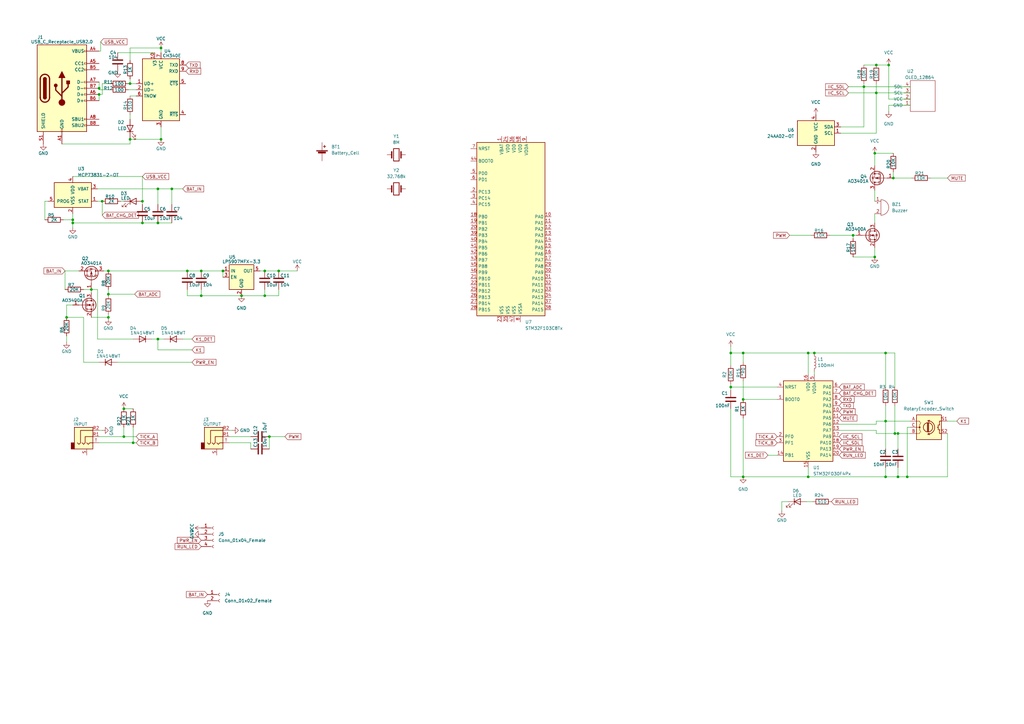
<source format=kicad_sch>
(kicad_sch (version 20211123) (generator eeschema)
  (paper "A3")
  (lib_symbols
    (symbol "AudioJack3_Ground_1"
      (property "Reference" "J2" (at -1.905 8.89 0))
      (property "Value" "AudioJack3_Ground_1" (at -1.905 6.35 0))
      (symbol "AudioJack3_Ground_1_1_1"
        (pin passive line (at 5.08 0 180) (length 2.54) (name "~") (number "R1"))
        (pin passive line (at 5.08 2.54 180) (length 2.54) (name "~") (number "R2"))
        (pin passive line (at 0 -7.62 90) (length 2.54) (name "~") (number "S"))
        (pin passive line (at 5.08 -2.54 180) (length 2.54) (name "~") (number "T"))
      )
    )
    (symbol "Battery_Management:MCP73831-2-OT" (pin_names (offset 1.016))
      (property "Reference" "U" (at -7.62 6.35 0))
      (property "Value" "MCP73831-2-OT" (at 1.27 6.35 0))
      (symbol "MCP73831-2-OT_1_1"
        (pin output line (at 10.16 -2.54 180) (length 2.54) (name "STAT") (number "1"))
        (pin power_in line (at 0 -7.62 90) (length 2.54) (name "VSS") (number "2"))
        (pin power_out line (at 10.16 2.54 180) (length 2.54) (name "VBAT") (number "3"))
        (pin power_in line (at 0 7.62 270) (length 2.54) (name "VDD") (number "4"))
        (pin input line (at -10.16 -2.54 0) (length 2.54) (name "PROG") (number "5"))
      )
    )
    (symbol "Connector:Conn_01x02_Female" (pin_names (offset 1.016) hide)
      (property "Reference" "J" (at 0 2.54 0))
      (property "Value" "Conn_01x02_Female" (at 0 -5.08 0))
      (symbol "Conn_01x02_Female_1_1"
        (pin passive line (at -5.08 0 0) (length 3.81) (name "Pin_1") (number "1"))
        (pin passive line (at -5.08 -2.54 0) (length 3.81) (name "Pin_2") (number "2"))
      )
    )
    (symbol "Connector:Conn_01x04_Female" (pin_names (offset 1.016) hide)
      (property "Reference" "J" (at 0 5.08 0))
      (property "Value" "Conn_01x04_Female" (at 0 -7.62 0))
      (symbol "Conn_01x04_Female_1_1"
        (pin passive line (at -5.08 2.54 0) (length 3.81) (name "Pin_1") (number "1"))
        (pin passive line (at -5.08 0 0) (length 3.81) (name "Pin_2") (number "2"))
        (pin passive line (at -5.08 -2.54 0) (length 3.81) (name "Pin_3") (number "3"))
        (pin passive line (at -5.08 -5.08 0) (length 3.81) (name "Pin_4") (number "4"))
      )
    )
    (symbol "Connector:USB_C_Receptacle_USB2.0" (pin_names (offset 1.016))
      (property "Reference" "J" (at -10.16 19.05 0))
      (property "Value" "USB_C_Receptacle_USB2.0" (at 19.05 19.05 0))
      (symbol "USB_C_Receptacle_USB2.0_1_1"
        (pin passive line (at 0 -22.86 90) (length 5.08) (name "GND") (number "A1"))
        (pin passive line (at 0 -22.86 90) (length 5.08) hide (name "GND") (number "A12"))
        (pin passive line (at 15.24 15.24 180) (length 5.08) (name "VBUS") (number "A4"))
        (pin bidirectional line (at 15.24 10.16 180) (length 5.08) (name "CC1") (number "A5"))
        (pin bidirectional line (at 15.24 -2.54 180) (length 5.08) (name "D+") (number "A6"))
        (pin bidirectional line (at 15.24 2.54 180) (length 5.08) (name "D-") (number "A7"))
        (pin bidirectional line (at 15.24 -12.7 180) (length 5.08) (name "SBU1") (number "A8"))
        (pin passive line (at 15.24 15.24 180) (length 5.08) hide (name "VBUS") (number "A9"))
        (pin passive line (at 0 -22.86 90) (length 5.08) hide (name "GND") (number "B1"))
        (pin passive line (at 0 -22.86 90) (length 5.08) hide (name "GND") (number "B12"))
        (pin passive line (at 15.24 15.24 180) (length 5.08) hide (name "VBUS") (number "B4"))
        (pin bidirectional line (at 15.24 7.62 180) (length 5.08) (name "CC2") (number "B5"))
        (pin bidirectional line (at 15.24 -5.08 180) (length 5.08) (name "D+") (number "B6"))
        (pin bidirectional line (at 15.24 0 180) (length 5.08) (name "D-") (number "B7"))
        (pin bidirectional line (at 15.24 -15.24 180) (length 5.08) (name "SBU2") (number "B8"))
        (pin passive line (at 15.24 15.24 180) (length 5.08) hide (name "VBUS") (number "B9"))
        (pin passive line (at -7.62 -22.86 90) (length 5.08) (name "SHIELD") (number "S1"))
      )
    )
    (symbol "Device:Battery_Cell" (pin_numbers hide) (pin_names (offset 0) hide)
      (property "Reference" "BT" (at 2.54 2.54 0))
      (property "Value" "Battery_Cell" (at 2.54 0 0))
      (symbol "Battery_Cell_1_1"
        (pin passive line (at 0 5.08 270) (length 2.54) (name "+") (number "1"))
        (pin passive line (at 0 -2.54 90) (length 2.54) (name "-") (number "2"))
      )
    )
    (symbol "Device:Buzzer" (pin_names (offset 0.0254) hide)
      (property "Reference" "BZ" (at 3.81 1.27 0))
      (property "Value" "Buzzer" (at 3.81 -1.27 0))
      (symbol "Buzzer_1_1"
        (pin passive line (at -2.54 2.54 0) (length 2.54) (name "-") (number "1"))
        (pin passive line (at -2.54 -2.54 0) (length 2.54) (name "+") (number "2"))
      )
    )
    (symbol "Device:C" (pin_numbers hide) (pin_names (offset 0.254))
      (property "Reference" "C" (at 0.635 2.54 0))
      (property "Value" "C" (at 0.635 -2.54 0))
      (symbol "C_1_1"
        (pin passive line (at 0 3.81 270) (length 2.794) (name "~") (number "1"))
        (pin passive line (at 0 -3.81 90) (length 2.794) (name "~") (number "2"))
      )
    )
    (symbol "Device:Crystal" (pin_numbers hide) (pin_names (offset 1.016) hide)
      (property "Reference" "Y" (at 0 3.81 0))
      (property "Value" "Crystal" (at 0 -3.81 0))
      (symbol "Crystal_1_1"
        (pin passive line (at -3.81 0 0) (length 1.27) (name "1") (number "1"))
        (pin passive line (at 3.81 0 180) (length 1.27) (name "2") (number "2"))
      )
    )
    (symbol "Device:L" (pin_numbers hide) (pin_names (offset 1.016) hide)
      (property "Reference" "L" (at -1.27 0 90))
      (property "Value" "L" (at 1.905 0 90))
      (symbol "L_1_1"
        (pin passive line (at 0 3.81 270) (length 1.27) (name "1") (number "1"))
        (pin passive line (at 0 -3.81 90) (length 1.27) (name "2") (number "2"))
      )
    )
    (symbol "Device:LED" (pin_numbers hide) (pin_names (offset 1.016) hide)
      (property "Reference" "D" (at 0 2.54 0))
      (property "Value" "LED" (at 0 -2.54 0))
      (symbol "LED_1_1"
        (pin passive line (at -3.81 0 0) (length 2.54) (name "K") (number "1"))
        (pin passive line (at 3.81 0 180) (length 2.54) (name "A") (number "2"))
      )
    )
    (symbol "Device:R" (pin_numbers hide) (pin_names (offset 0))
      (property "Reference" "R" (at 2.032 0 90))
      (property "Value" "R" (at 0 0 90))
      (symbol "R_1_1"
        (pin passive line (at 0 3.81 270) (length 1.27) (name "~") (number "1"))
        (pin passive line (at 0 -3.81 90) (length 1.27) (name "~") (number "2"))
      )
    )
    (symbol "Device:RotaryEncoder_Switch" (pin_names (offset 0.254) hide)
      (property "Reference" "SW" (at 0 6.604 0))
      (property "Value" "RotaryEncoder_Switch" (at 0 -6.604 0))
      (symbol "RotaryEncoder_Switch_1_1"
        (pin passive line (at -7.62 2.54 0) (length 2.54) (name "A") (number "A"))
        (pin passive line (at -7.62 -2.54 0) (length 2.54) (name "B") (number "B"))
        (pin passive line (at -7.62 0 0) (length 2.54) (name "C") (number "C"))
        (pin passive line (at 7.62 2.54 180) (length 2.54) (name "S1") (number "S1"))
        (pin passive line (at 7.62 -2.54 180) (length 2.54) (name "S2") (number "S2"))
      )
    )
    (symbol "Diode:1N4148WT" (pin_numbers hide) (pin_names (offset 1.016) hide)
      (property "Reference" "D" (at 0 2.54 0))
      (property "Value" "1N4148WT" (at 0 -2.54 0))
      (symbol "1N4148WT_1_1"
        (pin passive line (at -3.81 0 0) (length 2.54) (name "K") (number "1"))
        (pin passive line (at 3.81 0 180) (length 2.54) (name "A") (number "2"))
      )
    )
    (symbol "Interface_USB:CH340E"
      (property "Reference" "U" (at -5.08 13.97 0))
      (property "Value" "CH340E" (at 1.27 13.97 0))
      (symbol "CH340E_1_1"
        (pin bidirectional line (at -10.16 2.54 0) (length 2.54) (name "UD+") (number "1"))
        (pin passive line (at -2.54 15.24 270) (length 2.54) (name "V3") (number "10"))
        (pin bidirectional line (at -10.16 0 0) (length 2.54) (name "UD-") (number "2"))
        (pin power_in line (at 0 -15.24 90) (length 2.54) (name "GND") (number "3"))
        (pin output line (at 10.16 -10.16 180) (length 2.54) (name "~{RTS}") (number "4"))
        (pin input line (at 10.16 2.54 180) (length 2.54) (name "~{CTS}") (number "5"))
        (pin output line (at -10.16 -2.54 0) (length 2.54) (name "TNOW") (number "6"))
        (pin power_in line (at 0 15.24 270) (length 2.54) (name "VCC") (number "7"))
        (pin output line (at 10.16 10.16 180) (length 2.54) (name "TXD") (number "8"))
        (pin input line (at 10.16 7.62 180) (length 2.54) (name "RXD") (number "9"))
      )
    )
    (symbol "MCU_ST_STM32F0:STM32F030F4Px"
      (property "Reference" "U" (at -10.16 16.51 0))
      (property "Value" "STM32F030F4Px" (at 5.08 16.51 0))
      (symbol "STM32F030F4Px_1_1"
        (pin input line (at -12.7 7.62 0) (length 2.54) (name "BOOT0") (number "1"))
        (pin bidirectional line (at 12.7 2.54 180) (length 2.54) (name "PA4") (number "10"))
        (pin bidirectional line (at 12.7 0 180) (length 2.54) (name "PA5") (number "11"))
        (pin bidirectional line (at 12.7 -2.54 180) (length 2.54) (name "PA6") (number "12"))
        (pin bidirectional line (at 12.7 -5.08 180) (length 2.54) (name "PA7") (number "13"))
        (pin bidirectional line (at -12.7 -15.24 0) (length 2.54) (name "PB1") (number "14"))
        (pin power_in line (at 0 -20.32 90) (length 2.54) (name "VSS") (number "15"))
        (pin power_in line (at 0 17.78 270) (length 2.54) (name "VDD") (number "16"))
        (pin bidirectional line (at 12.7 -7.62 180) (length 2.54) (name "PA9") (number "17"))
        (pin bidirectional line (at 12.7 -10.16 180) (length 2.54) (name "PA10") (number "18"))
        (pin bidirectional line (at 12.7 -12.7 180) (length 2.54) (name "PA13") (number "19"))
        (pin input line (at -12.7 -7.62 0) (length 2.54) (name "PF0") (number "2"))
        (pin bidirectional line (at 12.7 -15.24 180) (length 2.54) (name "PA14") (number "20"))
        (pin input line (at -12.7 -10.16 0) (length 2.54) (name "PF1") (number "3"))
        (pin input line (at -12.7 12.7 0) (length 2.54) (name "NRST") (number "4"))
        (pin power_in line (at 2.54 17.78 270) (length 2.54) (name "VDDA") (number "5"))
        (pin bidirectional line (at 12.7 12.7 180) (length 2.54) (name "PA0") (number "6"))
        (pin bidirectional line (at 12.7 10.16 180) (length 2.54) (name "PA1") (number "7"))
        (pin bidirectional line (at 12.7 7.62 180) (length 2.54) (name "PA2") (number "8"))
        (pin bidirectional line (at 12.7 5.08 180) (length 2.54) (name "PA3") (number "9"))
      )
    )
    (symbol "MCU_ST_STM32F1:STM32F103C8Tx"
      (property "Reference" "U" (at -15.24 36.83 0))
      (property "Value" "STM32F103C8Tx" (at 7.62 36.83 0))
      (symbol "STM32F103C8Tx_1_1"
        (pin power_in line (at -5.08 38.1 270) (length 2.54) (name "VBAT") (number "1"))
        (pin bidirectional line (at 15.24 5.08 180) (length 2.54) (name "PA0") (number "10"))
        (pin bidirectional line (at 15.24 2.54 180) (length 2.54) (name "PA1") (number "11"))
        (pin bidirectional line (at 15.24 0 180) (length 2.54) (name "PA2") (number "12"))
        (pin bidirectional line (at 15.24 -2.54 180) (length 2.54) (name "PA3") (number "13"))
        (pin bidirectional line (at 15.24 -5.08 180) (length 2.54) (name "PA4") (number "14"))
        (pin bidirectional line (at 15.24 -7.62 180) (length 2.54) (name "PA5") (number "15"))
        (pin bidirectional line (at 15.24 -10.16 180) (length 2.54) (name "PA6") (number "16"))
        (pin bidirectional line (at 15.24 -12.7 180) (length 2.54) (name "PA7") (number "17"))
        (pin bidirectional line (at -17.78 5.08 0) (length 2.54) (name "PB0") (number "18"))
        (pin bidirectional line (at -17.78 2.54 0) (length 2.54) (name "PB1") (number "19"))
        (pin bidirectional line (at -17.78 15.24 0) (length 2.54) (name "PC13") (number "2"))
        (pin bidirectional line (at -17.78 0 0) (length 2.54) (name "PB2") (number "20"))
        (pin bidirectional line (at -17.78 -20.32 0) (length 2.54) (name "PB10") (number "21"))
        (pin bidirectional line (at -17.78 -22.86 0) (length 2.54) (name "PB11") (number "22"))
        (pin power_in line (at -5.08 -38.1 90) (length 2.54) (name "VSS") (number "23"))
        (pin power_in line (at -2.54 38.1 270) (length 2.54) (name "VDD") (number "24"))
        (pin bidirectional line (at -17.78 -25.4 0) (length 2.54) (name "PB12") (number "25"))
        (pin bidirectional line (at -17.78 -27.94 0) (length 2.54) (name "PB13") (number "26"))
        (pin bidirectional line (at -17.78 -30.48 0) (length 2.54) (name "PB14") (number "27"))
        (pin bidirectional line (at -17.78 -33.02 0) (length 2.54) (name "PB15") (number "28"))
        (pin bidirectional line (at 15.24 -15.24 180) (length 2.54) (name "PA8") (number "29"))
        (pin bidirectional line (at -17.78 12.7 0) (length 2.54) (name "PC14") (number "3"))
        (pin bidirectional line (at 15.24 -17.78 180) (length 2.54) (name "PA9") (number "30"))
        (pin bidirectional line (at 15.24 -20.32 180) (length 2.54) (name "PA10") (number "31"))
        (pin bidirectional line (at 15.24 -22.86 180) (length 2.54) (name "PA11") (number "32"))
        (pin bidirectional line (at 15.24 -25.4 180) (length 2.54) (name "PA12") (number "33"))
        (pin bidirectional line (at 15.24 -27.94 180) (length 2.54) (name "PA13") (number "34"))
        (pin power_in line (at -2.54 -38.1 90) (length 2.54) (name "VSS") (number "35"))
        (pin power_in line (at 0 38.1 270) (length 2.54) (name "VDD") (number "36"))
        (pin bidirectional line (at 15.24 -30.48 180) (length 2.54) (name "PA14") (number "37"))
        (pin bidirectional line (at 15.24 -33.02 180) (length 2.54) (name "PA15") (number "38"))
        (pin bidirectional line (at -17.78 -2.54 0) (length 2.54) (name "PB3") (number "39"))
        (pin bidirectional line (at -17.78 10.16 0) (length 2.54) (name "PC15") (number "4"))
        (pin bidirectional line (at -17.78 -5.08 0) (length 2.54) (name "PB4") (number "40"))
        (pin bidirectional line (at -17.78 -7.62 0) (length 2.54) (name "PB5") (number "41"))
        (pin bidirectional line (at -17.78 -10.16 0) (length 2.54) (name "PB6") (number "42"))
        (pin bidirectional line (at -17.78 -12.7 0) (length 2.54) (name "PB7") (number "43"))
        (pin input line (at -17.78 27.94 0) (length 2.54) (name "BOOT0") (number "44"))
        (pin bidirectional line (at -17.78 -15.24 0) (length 2.54) (name "PB8") (number "45"))
        (pin bidirectional line (at -17.78 -17.78 0) (length 2.54) (name "PB9") (number "46"))
        (pin power_in line (at 0 -38.1 90) (length 2.54) (name "VSS") (number "47"))
        (pin power_in line (at 2.54 38.1 270) (length 2.54) (name "VDD") (number "48"))
        (pin input line (at -17.78 22.86 0) (length 2.54) (name "PD0") (number "5"))
        (pin input line (at -17.78 20.32 0) (length 2.54) (name "PD1") (number "6"))
        (pin input line (at -17.78 33.02 0) (length 2.54) (name "NRST") (number "7"))
        (pin power_in line (at 2.54 -38.1 90) (length 2.54) (name "VSSA") (number "8"))
        (pin power_in line (at 5.08 38.1 270) (length 2.54) (name "VDDA") (number "9"))
      )
    )
    (symbol "MY:OLED_12864"
      (property "Reference" "U" (at 1.27 -8.89 0))
      (property "Value" "OLED_12864" (at 6.35 -6.35 0))
      (symbol "OLED_12864_1_1"
        (pin power_in line (at 2.54 0 90) (length 2.54) (name "GND") (number "1"))
        (pin power_in line (at 5.08 0 90) (length 2.54) (name "VCC") (number "2"))
        (pin input line (at 7.62 0 90) (length 2.54) (name "SCL") (number "3"))
        (pin input line (at 10.16 0 90) (length 2.54) (name "SDL") (number "4"))
      )
    )
    (symbol "Memory_EEPROM:24AA02-OT"
      (property "Reference" "U" (at -7.62 6.35 0))
      (property "Value" "24AA02-OT" (at 2.54 -6.35 0))
      (symbol "24AA02-OT_1_1"
        (pin input line (at 10.16 0 180) (length 2.54) (name "SCL") (number "1"))
        (pin power_in line (at 0 -7.62 90) (length 2.54) (name "GND") (number "2"))
        (pin bidirectional line (at 10.16 2.54 180) (length 2.54) (name "SDA") (number "3"))
        (pin power_in line (at 0 7.62 270) (length 2.54) (name "VCC") (number "4"))
        (pin no_connect line (at 7.62 -2.54 180) (length 2.54) hide (name "NC") (number "5"))
      )
    )
    (symbol "Regulator_Linear:LP5907MFX-3.3"
      (property "Reference" "U" (at -3.81 6.35 0))
      (property "Value" "LP5907MFX-3.3" (at 6.35 6.35 0))
      (symbol "LP5907MFX-3.3_0_1"
        (pin power_in line (at -7.62 2.54 0) (length 2.54) (name "IN") (number "1"))
        (pin power_in line (at 0 -7.62 90) (length 2.54) (name "GND") (number "2"))
        (pin input line (at -7.62 0 0) (length 2.54) (name "EN") (number "3"))
        (pin no_connect line (at 5.08 0 180) (length 2.54) hide (name "NC") (number "4"))
        (pin power_out line (at 7.62 2.54 180) (length 2.54) (name "OUT") (number "5"))
      )
    )
    (symbol "Transistor_FET:AO3400A" (pin_names hide)
      (property "Reference" "Q" (at 5.08 1.905 0))
      (property "Value" "AO3400A" (at 5.08 0 0))
      (symbol "AO3400A_1_1"
        (pin input line (at -5.08 0 0) (length 2.54) (name "G") (number "1"))
        (pin passive line (at 2.54 -5.08 90) (length 2.54) (name "S") (number "2"))
        (pin passive line (at 2.54 5.08 270) (length 2.54) (name "D") (number "3"))
      )
    )
    (symbol "Transistor_FET:AO3401A" (pin_names hide)
      (property "Reference" "Q" (at 5.08 1.905 0))
      (property "Value" "AO3401A" (at 5.08 0 0))
      (symbol "AO3401A_1_1"
        (pin input line (at -5.08 0 0) (length 2.54) (name "G") (number "1"))
        (pin passive line (at 2.54 -5.08 90) (length 2.54) (name "S") (number "2"))
        (pin passive line (at 2.54 5.08 270) (length 2.54) (name "D") (number "3"))
      )
    )
    (symbol "power:GND" (power) (pin_names (offset 0))
      (property "Value" "GND" (at 0 -3.81 0))
      (symbol "GND_1_1"
        (pin power_in line (at 0 0 270) (length 0) hide (name "GND") (number "1"))
      )
    )
    (symbol "power:VCC" (power) (pin_names (offset 0))
      (property "Value" "VCC" (at 0 3.81 0))
      (symbol "VCC_1_1"
        (pin power_in line (at 0 0 90) (length 0) hide (name "VCC") (number "1"))
      )
    )
  )
  (junction (at 27.305 130.175))
  (junction (at 53.34 57.15))
  (junction (at 368.3 177.8))
  (junction (at 331.47 144.78))
  (junction (at 64.77 77.47))
  (junction (at 354.33 35.56))
  (junction (at 363.22 144.78))
  (junction (at 363.22 195.58))
  (junction (at 44.45 120.65))
  (junction (at 363.22 172.72))
  (junction (at 44.45 130.175))
  (junction (at 41.91 82.55))
  (junction (at 372.11 195.58))
  (junction (at 331.47 195.58))
  (junction (at 64.77 91.44))
  (junction (at 364.49 26.67))
  (junction (at 304.8 163.83))
  (junction (at 50.8 179.07))
  (junction (at 110.49 179.07))
  (junction (at 54.61 181.61))
  (junction (at 40.64 38.735))
  (junction (at 64.77 139.065))
  (junction (at 50.8 167.64))
  (junction (at 366.395 73.025))
  (junction (at 44.45 111.125))
  (junction (at 108.585 111.125))
  (junction (at 108.585 121.285))
  (junction (at 299.72 158.75))
  (junction (at 82.55 111.125))
  (junction (at 66.04 19.685))
  (junction (at 349.885 96.52))
  (junction (at 358.775 105.41))
  (junction (at 367.03 177.8))
  (junction (at 82.55 121.285))
  (junction (at 359.41 38.1))
  (junction (at 29.845 90.17))
  (junction (at 91.44 111.125))
  (junction (at 358.775 62.865))
  (junction (at 58.42 91.44))
  (junction (at 29.845 91.44))
  (junction (at 114.3 111.125))
  (junction (at 40.64 36.195))
  (junction (at 304.8 144.78))
  (junction (at 334.01 144.78))
  (junction (at 58.42 82.55))
  (junction (at 70.485 77.47))
  (junction (at 368.3 195.58))
  (junction (at 99.06 121.285))
  (junction (at 76.835 111.125))
  (junction (at 359.41 26.67))
  (junction (at 66.04 57.15))
  (junction (at 304.8 195.58))
  (junction (at 37.465 118.745))
  (junction (at 53.34 34.29))
  (junction (at 299.72 144.78))
  (wire (pts (xy 32.385 111.125) (xy 26.67 111.125)))
  (wire (pts (xy 44.45 128.905) (xy 44.45 130.175)))
  (wire (pts (xy 388.62 195.58) (xy 372.11 195.58)))
  (wire (pts (xy 34.29 118.745) (xy 37.465 118.745)))
  (wire (pts (xy 41.91 34.29) (xy 45.085 34.29)))
  (wire (pts (xy 40.005 77.47) (xy 64.77 77.47)))
  (wire (pts (xy 91.44 111.125) (xy 91.44 113.665)))
  (wire (pts (xy 299.72 157.48) (xy 299.72 158.75)))
  (wire (pts (xy 58.42 91.44) (xy 64.77 91.44)))
  (wire (pts (xy 34.29 130.175) (xy 34.29 148.59)))
  (wire (pts (xy 366.395 73.025) (xy 374.015 73.025)))
  (wire (pts (xy 44.45 130.175) (xy 44.45 130.81)))
  (wire (pts (xy 27.305 137.795) (xy 27.305 140.335)))
  (wire (pts (xy 304.8 144.78) (xy 331.47 144.78)))
  (wire (pts (xy 76.835 121.285) (xy 82.55 121.285)))
  (wire (pts (xy 373.38 175.26) (xy 372.11 175.26)))
  (wire (pts (xy 323.215 205.74) (xy 320.675 205.74)))
  (wire (pts (xy 114.3 118.745) (xy 114.3 121.285)))
  (wire (pts (xy 44.45 111.125) (xy 76.835 111.125)))
  (wire (pts (xy 40.005 82.55) (xy 41.91 82.55)))
  (wire (pts (xy 41.91 34.29) (xy 41.91 38.735)))
  (wire (pts (xy 37.465 130.175) (xy 44.45 130.175)))
  (wire (pts (xy 364.49 40.64) (xy 373.38 40.64)))
  (wire (pts (xy 368.3 177.8) (xy 368.3 184.15)))
  (wire (pts (xy 40.64 176.53) (xy 41.91 176.53)))
  (wire (pts (xy 54.61 181.61) (xy 55.88 181.61)))
  (wire (pts (xy 363.22 191.77) (xy 363.22 195.58)))
  (wire (pts (xy 108.585 121.285) (xy 114.3 121.285)))
  (wire (pts (xy 331.47 195.58) (xy 363.22 195.58)))
  (wire (pts (xy 62.23 139.065) (xy 64.77 139.065)))
  (wire (pts (xy 304.8 156.21) (xy 304.8 163.83)))
  (wire (pts (xy 320.675 205.74) (xy 320.675 209.55)))
  (wire (pts (xy 323.85 96.52) (xy 332.74 96.52)))
  (wire (pts (xy 50.8 167.64) (xy 54.61 167.64)))
  (wire (pts (xy 364.49 26.67) (xy 364.49 40.64)))
  (wire (pts (xy 367.03 177.8) (xy 368.3 177.8)))
  (wire (pts (xy 82.55 121.285) (xy 99.06 121.285)))
  (wire (pts (xy 368.3 177.8) (xy 373.38 177.8)))
  (wire (pts (xy 299.72 144.78) (xy 299.72 149.86)))
  (wire (pts (xy 52.705 36.83) (xy 55.88 36.83)))
  (wire (pts (xy 52.705 34.29) (xy 53.34 34.29)))
  (wire (pts (xy 41.91 38.735) (xy 40.64 38.735)))
  (wire (pts (xy 29.845 90.17) (xy 29.845 91.44)))
  (wire (pts (xy 99.06 121.285) (xy 108.585 121.285)))
  (wire (pts (xy 359.41 172.72) (xy 363.22 172.72)))
  (wire (pts (xy 366.395 70.485) (xy 366.395 73.025)))
  (wire (pts (xy 27.305 125.095) (xy 27.305 130.175)))
  (wire (pts (xy 76.835 121.285) (xy 76.835 118.745)))
  (wire (pts (xy 372.11 175.26) (xy 372.11 195.58)))
  (wire (pts (xy 314.96 186.69) (xy 318.77 186.69)))
  (wire (pts (xy 354.33 52.07) (xy 354.33 35.56)))
  (wire (pts (xy 363.22 172.72) (xy 373.38 172.72)))
  (wire (pts (xy 40.64 36.83) (xy 45.085 36.83)))
  (wire (pts (xy 44.45 118.745) (xy 44.45 120.65)))
  (wire (pts (xy 354.33 34.29) (xy 354.33 35.56)))
  (wire (pts (xy 29.845 91.44) (xy 58.42 91.44)))
  (wire (pts (xy 110.49 179.07) (xy 116.84 179.07)))
  (wire (pts (xy 114.3 111.125) (xy 121.92 111.125)))
  (wire (pts (xy 82.55 111.125) (xy 91.44 111.125)))
  (wire (pts (xy 299.72 158.75) (xy 299.72 160.02)))
  (wire (pts (xy 19.685 82.55) (xy 18.415 82.55)))
  (wire (pts (xy 44.45 120.65) (xy 44.45 121.285)))
  (wire (pts (xy 388.62 172.72) (xy 392.43 172.72)))
  (wire (pts (xy 359.41 38.1) (xy 373.38 38.1)))
  (wire (pts (xy 26.035 90.17) (xy 29.845 90.17)))
  (wire (pts (xy 299.72 195.58) (xy 304.8 195.58)))
  (wire (pts (xy 340.36 96.52) (xy 349.885 96.52)))
  (wire (pts (xy 53.34 46.99) (xy 53.34 48.895)))
  (wire (pts (xy 50.8 179.07) (xy 55.88 179.07)))
  (wire (pts (xy 26.67 111.125) (xy 26.67 118.745)))
  (wire (pts (xy 359.41 177.8) (xy 367.03 177.8)))
  (wire (pts (xy 344.805 52.07) (xy 354.33 52.07)))
  (wire (pts (xy 381.635 73.025) (xy 388.62 73.025)))
  (wire (pts (xy 53.34 19.685) (xy 66.04 19.685)))
  (wire (pts (xy 29.845 87.63) (xy 29.845 90.17)))
  (wire (pts (xy 359.41 26.67) (xy 364.49 26.67)))
  (wire (pts (xy 64.77 139.065) (xy 67.31 139.065)))
  (wire (pts (xy 37.465 118.745) (xy 37.465 120.015)))
  (wire (pts (xy 48.26 148.59) (xy 78.74 148.59)))
  (wire (pts (xy 299.72 167.64) (xy 299.72 195.58)))
  (wire (pts (xy 93.98 176.53) (xy 95.25 176.53)))
  (wire (pts (xy 359.41 172.72) (xy 359.41 173.99)))
  (wire (pts (xy 66.04 52.07) (xy 66.04 57.15)))
  (wire (pts (xy 358.775 101.6) (xy 358.775 105.41)))
  (wire (pts (xy 53.34 32.385) (xy 53.34 34.29)))
  (wire (pts (xy 64.77 139.065) (xy 64.77 143.51)))
  (wire (pts (xy 53.34 39.37) (xy 55.88 39.37)))
  (wire (pts (xy 40.64 33.655) (xy 40.64 36.195)))
  (wire (pts (xy 331.47 195.58) (xy 304.8 195.58)))
  (wire (pts (xy 331.47 144.78) (xy 334.01 144.78)))
  (wire (pts (xy 53.34 34.29) (xy 55.88 34.29)))
  (wire (pts (xy 358.775 62.865) (xy 358.775 67.945)))
  (wire (pts (xy 29.845 91.44) (xy 29.845 93.345)))
  (wire (pts (xy 41.275 17.145) (xy 41.275 20.955)))
  (wire (pts (xy 304.8 171.45) (xy 304.8 195.58)))
  (wire (pts (xy 344.805 54.61) (xy 359.41 54.61)))
  (wire (pts (xy 58.42 72.39) (xy 58.42 82.55)))
  (wire (pts (xy 29.845 72.39) (xy 58.42 72.39)))
  (wire (pts (xy 299.72 144.78) (xy 304.8 144.78)))
  (wire (pts (xy 354.33 35.56) (xy 373.38 35.56)))
  (wire (pts (xy 359.41 176.53) (xy 359.41 177.8)))
  (wire (pts (xy 344.17 176.53) (xy 359.41 176.53)))
  (wire (pts (xy 363.22 144.78) (xy 367.03 144.78)))
  (wire (pts (xy 40.64 179.07) (xy 50.8 179.07)))
  (wire (pts (xy 331.47 144.78) (xy 331.47 153.67)))
  (wire (pts (xy 349.885 96.52) (xy 351.155 96.52)))
  (wire (pts (xy 368.3 195.58) (xy 363.22 195.58)))
  (wire (pts (xy 64.77 143.51) (xy 78.74 143.51)))
  (wire (pts (xy 70.485 77.47) (xy 74.93 77.47)))
  (wire (pts (xy 41.91 82.55) (xy 41.91 88.265)))
  (wire (pts (xy 106.68 111.125) (xy 108.585 111.125)))
  (wire (pts (xy 64.77 77.47) (xy 64.77 83.82)))
  (wire (pts (xy 102.87 181.61) (xy 102.87 184.15)))
  (wire (pts (xy 64.77 91.44) (xy 70.485 91.44)))
  (wire (pts (xy 347.98 38.1) (xy 359.41 38.1)))
  (wire (pts (xy 358.775 87.63) (xy 358.775 91.44)))
  (wire (pts (xy 358.775 62.865) (xy 366.395 62.865)))
  (wire (pts (xy 349.885 97.79) (xy 349.885 96.52)))
  (wire (pts (xy 40.005 139.065) (xy 54.61 139.065)))
  (wire (pts (xy 331.47 191.77) (xy 331.47 195.58)))
  (wire (pts (xy 29.845 125.095) (xy 27.305 125.095)))
  (wire (pts (xy 54.61 175.26) (xy 54.61 181.61)))
  (wire (pts (xy 372.11 195.58) (xy 368.3 195.58)))
  (wire (pts (xy 363.22 158.75) (xy 363.22 144.78)))
  (wire (pts (xy 44.45 120.65) (xy 55.245 120.65)))
  (wire (pts (xy 70.485 77.47) (xy 70.485 83.82)))
  (wire (pts (xy 108.585 111.125) (xy 114.3 111.125)))
  (wire (pts (xy 18.415 82.55) (xy 18.415 90.17)))
  (wire (pts (xy 48.26 21.59) (xy 63.5 21.59)))
  (wire (pts (xy 364.49 43.18) (xy 373.38 43.18)))
  (wire (pts (xy 34.29 148.59) (xy 40.64 148.59)))
  (wire (pts (xy 334.01 144.78) (xy 363.22 144.78)))
  (wire (pts (xy 299.72 158.75) (xy 318.77 158.75)))
  (wire (pts (xy 82.55 118.745) (xy 82.55 121.285)))
  (wire (pts (xy 93.98 181.61) (xy 102.87 181.61)))
  (wire (pts (xy 53.34 57.15) (xy 66.04 57.15)))
  (wire (pts (xy 49.53 82.55) (xy 50.8 82.55)))
  (wire (pts (xy 108.585 118.745) (xy 108.585 121.285)))
  (wire (pts (xy 359.41 173.99) (xy 344.17 173.99)))
  (wire (pts (xy 76.835 111.125) (xy 82.55 111.125)))
  (wire (pts (xy 330.835 205.74) (xy 333.375 205.74)))
  (wire (pts (xy 40.64 38.735) (xy 40.64 41.275)))
  (wire (pts (xy 27.305 130.175) (xy 34.29 130.175)))
  (wire (pts (xy 50.8 175.26) (xy 50.8 179.07)))
  (wire (pts (xy 41.275 20.955) (xy 40.64 20.955)))
  (wire (pts (xy 349.885 105.41) (xy 358.775 105.41)))
  (wire (pts (xy 358.775 78.105) (xy 358.775 82.55)))
  (wire (pts (xy 367.03 166.37) (xy 367.03 177.8)))
  (wire (pts (xy 363.22 166.37) (xy 363.22 172.72)))
  (wire (pts (xy 354.33 26.67) (xy 359.41 26.67)))
  (wire (pts (xy 368.3 191.77) (xy 368.3 195.58)))
  (wire (pts (xy 334.01 152.4) (xy 334.01 153.67)))
  (wire (pts (xy 304.8 144.78) (xy 304.8 148.59)))
  (wire (pts (xy 58.42 82.55) (xy 58.42 83.82)))
  (wire (pts (xy 66.04 19.685) (xy 66.04 21.59)))
  (wire (pts (xy 42.545 111.125) (xy 44.45 111.125)))
  (wire (pts (xy 40.64 36.83) (xy 40.64 36.195)))
  (wire (pts (xy 64.77 77.47) (xy 70.485 77.47)))
  (wire (pts (xy 110.49 179.07) (xy 110.49 184.15)))
  (wire (pts (xy 364.49 45.72) (xy 364.49 43.18)))
  (wire (pts (xy 40.005 118.745) (xy 40.005 139.065)))
  (wire (pts (xy 359.41 34.29) (xy 359.41 38.1)))
  (wire (pts (xy 347.98 35.56) (xy 354.33 35.56)))
  (wire (pts (xy 25.4 59.055) (xy 53.34 59.055)))
  (wire (pts (xy 40.64 181.61) (xy 54.61 181.61)))
  (wire (pts (xy 53.34 56.515) (xy 53.34 57.15)))
  (wire (pts (xy 388.62 177.8) (xy 388.62 195.58)))
  (wire (pts (xy 363.22 172.72) (xy 363.22 184.15)))
  (wire (pts (xy 37.465 118.745) (xy 40.005 118.745)))
  (wire (pts (xy 74.93 139.065) (xy 78.74 139.065)))
  (wire (pts (xy 299.72 142.24) (xy 299.72 144.78)))
  (wire (pts (xy 367.03 144.78) (xy 367.03 158.75)))
  (wire (pts (xy 53.34 24.765) (xy 53.34 19.685)))
  (wire (pts (xy 359.41 54.61) (xy 359.41 38.1)))
  (wire (pts (xy 93.98 179.07) (xy 102.87 179.07)))
  (wire (pts (xy 304.8 163.83) (xy 318.77 163.83)))
  (wire (pts (xy 53.34 59.055) (xy 53.34 57.15)))
  (global_label "PWR_EN" (shape input) (at 78.74 148.59 0) (property "Intersheet References" "${INTERSHEET_REFS}" (effects hide)))
  (global_label "IIC_SDL" (shape input) (at 347.98 35.56 180) (property "Intersheet References" "${INTERSHEET_REFS}" (effects hide)))
  (global_label "IIC_SCL" (shape input) (at 347.98 38.1 180) (property "Intersheet References" "${INTERSHEET_REFS}" (effects hide)))
  (global_label "BAT_CHG_DET" (shape input) (at 344.17 161.29 0) (property "Intersheet References" "${INTERSHEET_REFS}" (effects hide)))
  (global_label "TICK_B" (shape input) (at 318.77 181.61 180) (property "插入图纸页参考" "${INTERSHEET_REFS}" (effects hide)))
  (global_label "PWM" (shape input) (at 116.84 179.07 0) (property "Intersheet References" "${INTERSHEET_REFS}" (effects hide)))
  (global_label "TICK_A" (shape input) (at 55.88 179.07 0) (property "插入图纸页参考" "${INTERSHEET_REFS}" (effects hide)))
  (global_label "K1_DET" (shape input) (at 78.74 139.065 0) (property "Intersheet References" "${INTERSHEET_REFS}" (effects hide)))
  (global_label "BAT_IN" (shape input) (at 74.93 77.47 0) (property "Intersheet References" "${INTERSHEET_REFS}" (effects hide)))
  (global_label "MUTE" (shape input) (at 388.62 73.025 0) (property "Intersheet References" "${INTERSHEET_REFS}" (effects hide)))
  (global_label "RUN_LED" (shape input) (at 340.995 205.74 0) (property "插入图纸页参考" "${INTERSHEET_REFS}" (effects hide)))
  (global_label "MUTE" (shape input) (at 344.17 171.45 0) (property "Intersheet References" "${INTERSHEET_REFS}" (effects hide)))
  (global_label "TXD" (shape input) (at 76.2 26.67 0) (property "Intersheet References" "${INTERSHEET_REFS}" (effects hide)))
  (global_label "BAT_IN" (shape input) (at 85.09 243.84 180) (property "Intersheet References" "${INTERSHEET_REFS}" (effects hide)))
  (global_label "RUN_LED" (shape input) (at 82.55 224.155 180) (property "插入图纸页参考" "${INTERSHEET_REFS}" (effects hide)))
  (global_label "BAT_CHG_DET" (shape input) (at 41.91 88.265 0) (property "Intersheet References" "${INTERSHEET_REFS}" (effects hide)))
  (global_label "PWM" (shape input) (at 344.17 168.91 0) (property "Intersheet References" "${INTERSHEET_REFS}" (effects hide)))
  (global_label "K1_DET" (shape input) (at 314.96 186.69 180) (property "Intersheet References" "${INTERSHEET_REFS}" (effects hide)))
  (global_label "RUN_LED" (shape input) (at 344.17 186.69 0) (property "插入图纸页参考" "${INTERSHEET_REFS}" (effects hide)))
  (global_label "TXD" (shape input) (at 344.17 166.37 0) (property "Intersheet References" "${INTERSHEET_REFS}" (effects hide)))
  (global_label "PWR_EN" (shape input) (at 344.17 184.15 0) (property "Intersheet References" "${INTERSHEET_REFS}" (effects hide)))
  (global_label "USB_VCC" (shape input) (at 41.275 17.145 0) (property "Intersheet References" "${INTERSHEET_REFS}" (effects hide)))
  (global_label "BAT_IN" (shape input) (at 26.67 111.125 180) (property "Intersheet References" "${INTERSHEET_REFS}" (effects hide)))
  (global_label "RXD" (shape input) (at 344.17 163.83 0) (property "Intersheet References" "${INTERSHEET_REFS}" (effects hide)))
  (global_label "PWM" (shape input) (at 323.85 96.52 180) (property "Intersheet References" "${INTERSHEET_REFS}" (effects hide)))
  (global_label "RXD" (shape input) (at 76.2 29.21 0) (property "Intersheet References" "${INTERSHEET_REFS}" (effects hide)))
  (global_label "IIC_SCL" (shape input) (at 344.17 179.07 0) (property "Intersheet References" "${INTERSHEET_REFS}" (effects hide)))
  (global_label "TICK_B" (shape input) (at 55.88 181.61 0) (property "插入图纸页参考" "${INTERSHEET_REFS}" (effects hide)))
  (global_label "PWR_EN" (shape input) (at 82.55 221.615 180) (property "Intersheet References" "${INTERSHEET_REFS}" (effects hide)))
  (global_label "USB_VCC" (shape input) (at 58.42 72.39 0) (property "Intersheet References" "${INTERSHEET_REFS}" (effects hide)))
  (global_label "BAT_ADC" (shape input) (at 344.17 158.75 0) (property "Intersheet References" "${INTERSHEET_REFS}" (effects hide)))
  (global_label "K1" (shape input) (at 78.74 143.51 0) (property "Intersheet References" "${INTERSHEET_REFS}" (effects hide)))
  (global_label "IIC_SDL" (shape input) (at 344.17 181.61 0) (property "Intersheet References" "${INTERSHEET_REFS}" (effects hide)))
  (global_label "BAT_ADC" (shape input) (at 55.245 120.65 0) (property "Intersheet References" "${INTERSHEET_REFS}" (effects hide)))
  (global_label "K1" (shape input) (at 392.43 172.72 0) (property "Intersheet References" "${INTERSHEET_REFS}" (effects hide)))
  (global_label "TICK_A" (shape input) (at 318.77 179.07 180) (property "插入图纸页参考" "${INTERSHEET_REFS}" (effects hide)))
  (symbol (lib_id "power:GND") (at 48.26 29.21 0) (unit 1)
    (property "Reference" "#PWR0118" (effects hide))
    (property "Value" "GND" (at 46.355 29.845 0))
  )
  (symbol (lib_id "MCU_ST_STM32F1:STM32F103C8Tx") (at 210.82 93.98 0) (unit 1)
    (property "Reference" "U7" (at 215.3794 132.08 0) (effects (justify left)))
    (property "Value" "STM32F103C8Tx" (at 215.3794 134.62 0) (effects (justify left)))
    (property "Footprint" "Package_QFP:LQFP-48_7x7mm_P0.5mm" (effects hide))
    (property "Datasheet" "http://www.st.com/st-web-ui/static/active/en/resource/technical/document/datasheet/CD00161566.pdf" (effects hide))
  )
  (symbol (lib_name "AudioJack3_Ground_1") (lib_id "Connector:AudioJack3_Ground") (at 88.9 179.07 0) (unit 1)
    (property "Reference" "J3" (at 84.455 172.085 0))
    (property "Value" "OUTPUT" (at 86.995 173.99 0))
    (property "Footprint" "Connector_Audio:Jack_3.5mm_PJ320D_Horizontal" (effects hide))
  )
  (symbol (lib_id "Device:C") (at 108.585 114.935 0) (unit 1)
    (property "Reference" "C10" (at 109.22 113.03 0) (effects (justify left)))
    (property "Value" "10uF" (at 109.22 116.84 0) (effects (justify left)))
    (property "Footprint" "Capacitor_SMD:C_1206_3216Metric" (effects hide))
  )
  (symbol (lib_id "power:GND") (at 27.305 140.335 0) (unit 1)
    (property "Reference" "#PWR0113" (effects hide))
    (property "Value" "GND" (at 27.305 144.145 0))
  )
  (symbol (lib_id "power:VCC") (at 334.645 46.99 0) (unit 1)
    (property "Reference" "#PWR0105" (effects hide))
    (property "Value" "VCC" (at 334.645 41.91 0))
  )
  (symbol (lib_id "MY:OLED_12864") (at 373.38 45.72 90) (unit 1)
    (property "Reference" "U2" (at 373.38 29.21 90))
    (property "Value" "OLED_12864" (at 377.19 31.75 90))
    (property "Footprint" "MY:OLED12864" (effects hide))
  )
  (symbol (lib_id "Connector:Conn_01x02_Female") (at 90.17 243.84 0) (unit 1)
    (property "Reference" "J4" (at 92.075 243.8399 0) (effects (justify left)))
    (property "Value" "Conn_01x02_Female" (at 92.075 246.3799 0) (effects (justify left)))
    (property "Footprint" "MY:SIP-2" (effects hide))
  )
  (symbol (lib_id "Device:R") (at 367.03 162.56 180) (unit 1)
    (property "Reference" "R4" (at 365.76 158.75 0))
    (property "Value" "10K" (at 367.03 162.56 90))
    (property "Footprint" "Resistor_SMD:R_0603_1608Metric" (effects hide))
  )
  (symbol (lib_id "Device:RotaryEncoder_Switch") (at 381 175.26 0) (unit 1)
    (property "Reference" "SW1" (at 381 165.1 0))
    (property "Value" "RotaryEncoder_Switch" (at 381 167.64 0))
    (property "Footprint" "MY:EC11" (effects hide))
  )
  (symbol (lib_id "power:GND") (at 17.78 59.055 0) (unit 1)
    (property "Reference" "#PWR0119" (effects hide))
    (property "Value" "GND" (at 17.78 62.865 0))
  )
  (symbol (lib_id "Device:C") (at 363.22 187.96 0) (unit 1)
    (property "Reference" "C2" (at 360.68 185.42 0) (effects (justify left)))
    (property "Value" "10nF" (at 358.14 190.5 0) (effects (justify left)))
    (property "Footprint" "Capacitor_SMD:C_0603_1608Metric" (effects hide))
  )
  (symbol (lib_id "Device:R") (at 48.895 34.29 270) (unit 1)
    (property "Reference" "R11" (at 44.45 33.655 90))
    (property "Value" "100" (at 48.895 34.29 90))
    (property "Footprint" "Resistor_SMD:R_0603_1608Metric" (effects hide))
  )
  (symbol (lib_id "power:VCC") (at 358.775 62.865 0) (unit 1)
    (property "Reference" "#PWR0107" (effects hide))
    (property "Value" "VCC" (at 358.775 57.785 0))
  )
  (symbol (lib_id "power:GND") (at 66.04 57.15 0) (unit 1)
    (property "Reference" "#PWR0111" (effects hide))
    (property "Value" "GND" (at 66.04 60.96 0))
  )
  (symbol (lib_id "Device:LED") (at 327.025 205.74 0) (unit 1)
    (property "Reference" "D6" (at 326.39 201.295 0))
    (property "Value" "LED" (at 327.025 203.2 0))
    (property "Footprint" "LED_SMD:LED_0603_1608Metric" (effects hide))
  )
  (symbol (lib_id "power:VCC") (at 121.92 111.125 0) (unit 1)
    (property "Reference" "#PWR0108" (effects hide))
    (property "Value" "VCC" (at 121.92 107.315 0))
  )
  (symbol (lib_id "Device:R") (at 50.8 171.45 0) (unit 1)
    (property "Reference" "R22" (at 48.895 172.72 90))
    (property "Value" "1K" (at 50.8 171.45 90))
    (property "Footprint" "Resistor_SMD:R_0603_1608Metric" (effects hide))
  )
  (symbol (lib_id "Device:R") (at 377.825 73.025 270) (unit 1)
    (property "Reference" "R21" (at 377.19 71.12 90))
    (property "Value" "10K" (at 377.825 73.025 90))
    (property "Footprint" "Resistor_SMD:R_0603_1608Metric" (effects hide))
  )
  (symbol (lib_id "Device:C") (at 58.42 87.63 0) (unit 1)
    (property "Reference" "C5" (at 59.055 85.725 0) (effects (justify left)))
    (property "Value" "10uF" (at 59.055 89.535 0) (effects (justify left)))
    (property "Footprint" "Capacitor_SMD:C_1206_3216Metric" (effects hide))
  )
  (symbol (lib_id "Device:Crystal") (at 162.56 77.47 0) (unit 1)
    (property "Reference" "Y2" (at 162.56 69.85 0))
    (property "Value" "32.768k" (at 162.56 72.39 0))
    (property "Footprint" "Crystal:Crystal_SMD_3215-2Pin_3.2x1.5mm" (effects hide))
  )
  (symbol (lib_id "Device:R") (at 44.45 125.095 0) (unit 1)
    (property "Reference" "R9" (at 42.545 126.365 90))
    (property "Value" "20K" (at 44.45 125.095 90))
    (property "Footprint" "Resistor_SMD:R_0603_1608Metric" (effects hide))
  )
  (symbol (lib_id "Device:C") (at 106.68 179.07 90) (unit 1)
    (property "Reference" "C12" (at 104.775 178.435 0) (effects (justify left)))
    (property "Value" "10uF" (at 108.585 177.8 0) (effects (justify left)))
    (property "Footprint" "Capacitor_SMD:C_1206_3216Metric" (effects hide))
  )
  (symbol (lib_id "Device:R") (at 30.48 118.745 270) (unit 1)
    (property "Reference" "R7" (at 29.21 116.84 90))
    (property "Value" "20K" (at 30.48 118.745 90))
    (property "Footprint" "Resistor_SMD:R_0603_1608Metric" (effects hide))
  )
  (symbol (lib_id "power:GND") (at 320.675 209.55 0) (unit 1)
    (property "Reference" "#PWR02" (effects hide))
    (property "Value" "GND" (at 320.675 213.36 0))
  )
  (symbol (lib_id "Device:C") (at 64.77 87.63 0) (unit 1)
    (property "Reference" "C6" (at 65.405 85.725 0) (effects (justify left)))
    (property "Value" "10uF" (at 65.405 89.535 0) (effects (justify left)))
    (property "Footprint" "Capacitor_SMD:C_1206_3216Metric" (effects hide))
  )
  (symbol (lib_id "Diode:1N4148WT") (at 58.42 139.065 180) (unit 1)
    (property "Reference" "D4" (at 54.61 134.62 0))
    (property "Value" "1N4148WT" (at 58.42 136.525 0))
    (property "Footprint" "Diode_SMD:D_SOD-523" (effects hide))
    (property "Datasheet" "https://www.diodes.com/assets/Datasheets/ds30396.pdf" (effects hide))
  )
  (symbol (lib_id "Device:R") (at 27.305 133.985 0) (unit 1)
    (property "Reference" "R6" (at 25.4 135.255 90))
    (property "Value" "20K" (at 27.305 133.985 90))
    (property "Footprint" "Resistor_SMD:R_0603_1608Metric" (effects hide))
  )
  (symbol (lib_id "power:GND") (at 358.775 105.41 0) (unit 1)
    (property "Reference" "#PWR0109" (effects hide))
    (property "Value" "GND" (at 358.775 109.22 0))
  )
  (symbol (lib_id "MCU_ST_STM32F0:STM32F030F4Px") (at 331.47 171.45 0) (unit 1)
    (property "Reference" "U1" (at 333.4894 191.77 0) (effects (justify left)))
    (property "Value" "STM32F030F4Px" (at 333.4894 194.31 0) (effects (justify left)))
    (property "Footprint" "Package_SO:TSSOP-20_4.4x6.5mm_P0.65mm" (effects hide))
    (property "Datasheet" "http://www.st.com/st-web-ui/static/active/en/resource/technical/document/datasheet/DM00088500.pdf" (effects hide))
  )
  (symbol (lib_id "power:VCC") (at 82.55 216.535 90) (unit 1)
    (property "Reference" "#PWR0121" (effects hide))
    (property "Value" "VCC" (at 78.74 216.535 0))
  )
  (symbol (lib_id "Device:R") (at 48.895 36.83 270) (unit 1)
    (property "Reference" "R12" (at 44.45 36.195 90))
    (property "Value" "100" (at 48.895 36.83 90))
    (property "Footprint" "Resistor_SMD:R_0603_1608Metric" (effects hide))
  )
  (symbol (lib_id "power:GND") (at 304.8 195.58 0) (unit 1)
    (property "Reference" "#PWR0101" (effects hide))
    (property "Value" "GND" (at 304.8 200.66 0))
  )
  (symbol (lib_id "Device:R") (at 53.34 43.18 0) (unit 1)
    (property "Reference" "R14" (at 51.435 43.18 90))
    (property "Value" "510" (at 53.34 43.18 90))
    (property "Footprint" "Resistor_SMD:R_0603_1608Metric" (effects hide))
  )
  (symbol (lib_id "Connector:USB_C_Receptacle_USB2.0") (at 25.4 36.195 0) (unit 1)
    (property "Reference" "J1" (at 16.51 15.24 0))
    (property "Value" "USB_C_Receptacle_USB2.0" (at 25.4 17.145 0))
    (property "Footprint" "Connector_USB:USB_C_Receptacle_HRO_TYPE-C-31-M-12" (effects hide))
    (property "Datasheet" "https://www.usb.org/sites/default/files/documents/usb_type-c.zip" (effects hide))
  )
  (symbol (lib_id "Device:C") (at 48.26 25.4 0) (unit 1)
    (property "Reference" "C4" (at 45.085 21.59 0) (effects (justify left)))
    (property "Value" "104" (at 44.45 23.495 0) (effects (justify left)))
    (property "Footprint" "Capacitor_SMD:C_0805_2012Metric" (effects hide))
  )
  (symbol (lib_id "Device:R") (at 354.33 30.48 180) (unit 1)
    (property "Reference" "R18" (at 352.425 30.48 90))
    (property "Value" "10K" (at 354.33 30.48 90))
    (property "Footprint" "Resistor_SMD:R_0603_1608Metric" (effects hide))
  )
  (symbol (lib_id "Device:C") (at 106.68 184.15 90) (unit 1)
    (property "Reference" "C13" (at 104.775 183.515 0) (effects (justify left)))
    (property "Value" "10uF" (at 108.585 183.515 0) (effects (justify left)))
    (property "Footprint" "Capacitor_SMD:C_1206_3216Metric" (effects hide))
  )
  (symbol (lib_id "Device:C") (at 82.55 114.935 0) (unit 1)
    (property "Reference" "C9" (at 83.185 113.03 0) (effects (justify left)))
    (property "Value" "104" (at 83.185 116.84 0) (effects (justify left)))
    (property "Footprint" "Capacitor_SMD:C_0805_2012Metric" (effects hide))
  )
  (symbol (lib_id "power:GND") (at 334.645 62.23 0) (unit 1)
    (property "Reference" "#PWR0104" (effects hide))
    (property "Value" "GND" (at 334.645 67.31 0))
  )
  (symbol (lib_id "Device:R") (at 366.395 66.675 180) (unit 1)
    (property "Reference" "R20" (at 364.49 67.31 90))
    (property "Value" "10K" (at 366.395 66.675 90))
    (property "Footprint" "Resistor_SMD:R_0603_1608Metric" (effects hide))
  )
  (symbol (lib_id "Memory_EEPROM:24AA02-OT") (at 334.645 54.61 0) (unit 1)
    (property "Reference" "U6" (at 325.755 53.3399 0) (effects (justify right)))
    (property "Value" "24AA02-OT" (at 325.755 55.8799 0) (effects (justify right)))
    (property "Footprint" "Package_TO_SOT_SMD:SOT-23-5" (effects hide))
    (property "Datasheet" "http://ww1.microchip.com/downloads/en/DeviceDoc/21709J.pdf" (effects hide))
  )
  (symbol (lib_id "Device:R") (at 44.45 114.935 0) (unit 1)
    (property "Reference" "R8" (at 42.545 116.205 90))
    (property "Value" "20K" (at 44.45 114.935 90))
    (property "Footprint" "Resistor_SMD:R_0603_1608Metric" (effects hide))
  )
  (symbol (lib_id "Device:Battery_Cell") (at 132.08 63.5 0) (unit 1)
    (property "Reference" "BT1" (at 135.89 60.1979 0) (effects (justify left)))
    (property "Value" "Battery_Cell" (at 135.89 62.7379 0) (effects (justify left)))
    (property "Footprint" "MY:BAT_BC501SM" (effects hide))
  )
  (symbol (lib_id "Device:R") (at 304.8 167.64 180) (unit 1)
    (property "Reference" "R1" (at 302.26 167.64 90))
    (property "Value" "1K" (at 304.8 167.64 90))
    (property "Footprint" "Resistor_SMD:R_0603_1608Metric" (effects hide))
  )
  (symbol (lib_id "Device:R") (at 363.22 162.56 180) (unit 1)
    (property "Reference" "R3" (at 361.95 158.75 0))
    (property "Value" "10K" (at 363.22 162.56 90))
    (property "Footprint" "Resistor_SMD:R_0603_1608Metric" (effects hide))
  )
  (symbol (lib_id "Device:C") (at 368.3 187.96 0) (unit 1)
    (property "Reference" "C3" (at 365.76 185.42 0) (effects (justify left)))
    (property "Value" "10nF" (at 363.22 190.5 0) (effects (justify left)))
    (property "Footprint" "Capacitor_SMD:C_0603_1608Metric" (effects hide))
  )
  (symbol (lib_id "power:GND") (at 82.55 219.075 270) (unit 1)
    (property "Reference" "#PWR0120" (effects hide))
    (property "Value" "GND" (at 78.74 219.075 0))
  )
  (symbol (lib_id "Transistor_FET:AO3401A") (at 361.315 73.025 180) (unit 1)
    (property "Reference" "Q4" (at 355.6 72.39 0) (effects (justify left)))
    (property "Value" "AO3401A" (at 356.235 74.295 0) (effects (justify left)))
    (property "Footprint" "Package_TO_SOT_SMD:SOT-23" (effects hide))
    (property "Datasheet" "http://www.aosmd.com/pdfs/datasheet/AO3401A.pdf" (effects hide))
  )
  (symbol (lib_id "Device:Buzzer") (at 361.315 85.09 0) (unit 1)
    (property "Reference" "BZ1" (at 365.76 83.8199 0) (effects (justify left)))
    (property "Value" "Buzzer" (at 365.76 86.3599 0) (effects (justify left)))
    (property "Footprint" "Buzzer_Beeper:Buzzer_TDK_PS1240P02BT_D12.2mm_H6.5mm" (effects hide))
  )
  (symbol (lib_id "Device:Crystal") (at 162.56 63.5 0) (unit 1)
    (property "Reference" "Y1" (at 162.56 55.88 0))
    (property "Value" "8M" (at 162.56 58.42 0))
    (property "Footprint" "Crystal:Crystal_SMD_5032-2Pin_5.0x3.2mm" (effects hide))
  )
  (symbol (lib_name "AudioJack3_Ground_1") (lib_id "Connector:AudioJack3_Ground") (at 35.56 179.07 0) (unit 1)
    (property "Reference" "J2" (at 31.115 172.085 0))
    (property "Value" "INPUT" (at 33.02 173.99 0))
    (property "Footprint" "Connector_Audio:Jack_3.5mm_PJ320D_Horizontal" (effects hide))
  )
  (symbol (lib_id "Device:C") (at 76.835 114.935 0) (unit 1)
    (property "Reference" "C8" (at 77.47 113.03 0) (effects (justify left)))
    (property "Value" "10uF" (at 77.47 116.84 0) (effects (justify left)))
    (property "Footprint" "Capacitor_SMD:C_1206_3216Metric" (effects hide))
  )
  (symbol (lib_id "Connector:Conn_01x04_Female") (at 87.63 219.075 0) (unit 1)
    (property "Reference" "J5" (at 89.535 219.0749 0) (effects (justify left)))
    (property "Value" "Conn_01x04_Female" (at 89.535 221.6149 0) (effects (justify left)))
    (property "Footprint" "MY:SIP-4" (effects hide))
  )
  (symbol (lib_id "Device:R") (at 349.885 101.6 180) (unit 1)
    (property "Reference" "R17" (at 347.98 101.6 90))
    (property "Value" "10K" (at 349.885 101.6 90))
    (property "Footprint" "Resistor_SMD:R_0603_1608Metric" (effects hide))
  )
  (symbol (lib_id "power:GND") (at 85.09 246.38 0) (unit 1)
    (property "Reference" "#PWR03" (effects hide))
    (property "Value" "GND" (at 85.09 251.46 0))
  )
  (symbol (lib_id "power:VCC") (at 299.72 142.24 0) (unit 1)
    (property "Reference" "#PWR0102" (effects hide))
    (property "Value" "VCC" (at 299.72 137.16 0))
  )
  (symbol (lib_id "Device:L") (at 334.01 148.59 0) (unit 1)
    (property "Reference" "L1" (at 335.28 147.3199 0) (effects (justify left)))
    (property "Value" "100mH" (at 335.28 149.8599 0) (effects (justify left)))
    (property "Footprint" "Inductor_SMD:L_0805_2012Metric" (effects hide))
  )
  (symbol (lib_id "Device:LED") (at 53.34 52.705 90) (unit 1)
    (property "Reference" "D2" (at 48.26 50.165 90) (effects (justify right)))
    (property "Value" "LED" (at 48.26 52.705 90) (effects (justify right)))
    (property "Footprint" "LED_SMD:LED_0603_1608Metric" (effects hide))
  )
  (symbol (lib_id "Device:LED") (at 54.61 82.55 0) (unit 1)
    (property "Reference" "D3" (at 50.8 79.375 0))
    (property "Value" "LED" (at 51.435 81.28 0))
    (property "Footprint" "LED_SMD:LED_0603_1608Metric" (effects hide))
  )
  (symbol (lib_id "power:GND") (at 41.91 176.53 90) (unit 1)
    (property "Reference" "#PWR0115" (effects hide))
    (property "Value" "GND" (at 45.72 174.625 0) (effects (justify right)))
  )
  (symbol (lib_id "Battery_Management:MCP73831-2-OT") (at 29.845 80.01 0) (unit 1)
    (property "Reference" "U3" (at 31.8644 69.215 0) (effects (justify left)))
    (property "Value" "MCP73831-2-OT" (at 31.8644 71.755 0) (effects (justify left)))
    (property "Footprint" "Package_TO_SOT_SMD:SOT-23-5" (effects hide))
    (property "Datasheet" "http://ww1.microchip.com/downloads/en/DeviceDoc/20001984g.pdf" (effects hide))
  )
  (symbol (lib_id "Device:C") (at 114.3 114.935 0) (unit 1)
    (property "Reference" "C11" (at 114.935 113.03 0) (effects (justify left)))
    (property "Value" "104" (at 114.935 116.84 0) (effects (justify left)))
    (property "Footprint" "Capacitor_SMD:C_0805_2012Metric" (effects hide))
  )
  (symbol (lib_id "Device:R") (at 22.225 90.17 270) (unit 1)
    (property "Reference" "R5" (at 20.955 88.265 90))
    (property "Value" "2K" (at 22.225 90.17 90))
    (property "Footprint" "Resistor_SMD:R_0603_1608Metric" (effects hide))
  )
  (symbol (lib_id "Transistor_FET:AO3400A") (at 356.235 96.52 0) (unit 1)
    (property "Reference" "Q3" (at 347.345 92.075 0) (effects (justify left)))
    (property "Value" "AO3400A" (at 346.71 93.98 0) (effects (justify left)))
    (property "Footprint" "Package_TO_SOT_SMD:SOT-23" (effects hide))
    (property "Datasheet" "http://www.aosmd.com/pdfs/datasheet/AO3400A.pdf" (effects hide))
  )
  (symbol (lib_id "power:VCC") (at 50.8 167.64 0) (unit 1)
    (property "Reference" "#PWR01" (effects hide))
    (property "Value" "VCC" (at 50.8 162.56 0))
  )
  (symbol (lib_id "Device:R") (at 53.34 28.575 0) (unit 1)
    (property "Reference" "R13" (at 51.435 28.575 90))
    (property "Value" "1K" (at 53.34 28.575 90))
    (property "Footprint" "Resistor_SMD:R_0603_1608Metric" (effects hide))
  )
  (symbol (lib_id "Diode:1N4148WT") (at 44.45 148.59 0) (unit 1)
    (property "Reference" "D1" (at 41.275 144.145 0))
    (property "Value" "1N4148WT" (at 44.45 146.05 0))
    (property "Footprint" "Diode_SMD:D_SOD-523" (effects hide))
    (property "Datasheet" "https://www.diodes.com/assets/Datasheets/ds30396.pdf" (effects hide))
  )
  (symbol (lib_id "Device:R") (at 299.72 153.67 180) (unit 1)
    (property "Reference" "R2" (at 297.18 153.67 90))
    (property "Value" "10K" (at 299.72 153.67 90))
    (property "Footprint" "Resistor_SMD:R_0603_1608Metric" (effects hide))
  )
  (symbol (lib_id "Device:R") (at 304.8 152.4 0) (unit 1)
    (property "Reference" "R15" (at 302.895 154.94 90) (effects (justify left)))
    (property "Value" "*R0" (at 304.8 154.305 90) (effects (justify left)))
    (property "Footprint" "Resistor_SMD:R_0402_1005Metric" (effects hide))
  )
  (symbol (lib_id "Device:R") (at 336.55 96.52 270) (unit 1)
    (property "Reference" "R16" (at 335.915 94.615 90))
    (property "Value" "10K" (at 336.55 96.52 90))
    (property "Footprint" "Resistor_SMD:R_0603_1608Metric" (effects hide))
  )
  (symbol (lib_id "Device:R") (at 359.41 30.48 180) (unit 1)
    (property "Reference" "R19" (at 357.505 30.48 90))
    (property "Value" "10K" (at 359.41 30.48 90))
    (property "Footprint" "Resistor_SMD:R_0603_1608Metric" (effects hide))
  )
  (symbol (lib_id "power:GND") (at 364.49 45.72 0) (unit 1)
    (property "Reference" "#PWR0103" (effects hide))
    (property "Value" "GND" (at 364.49 50.8 0))
  )
  (symbol (lib_id "Interface_USB:CH340E") (at 66.04 36.83 0) (unit 1)
    (property "Reference" "U4" (at 67.31 20.955 0) (effects (justify left)))
    (property "Value" "CH340E" (at 66.675 22.86 0) (effects (justify left)))
    (property "Footprint" "Package_SO:MSOP-10_3x3mm_P0.5mm" (effects hide))
    (property "Datasheet" "https://www.mpja.com/download/35227cpdata.pdf" (effects hide))
  )
  (symbol (lib_id "Device:R") (at 54.61 171.45 0) (unit 1)
    (property "Reference" "R23" (at 52.705 172.72 90))
    (property "Value" "1K" (at 54.61 171.45 90))
    (property "Footprint" "Resistor_SMD:R_0603_1608Metric" (effects hide))
  )
  (symbol (lib_id "power:GND") (at 95.25 176.53 90) (unit 1)
    (property "Reference" "#PWR0116" (effects hide))
    (property "Value" "GND" (at 98.425 176.53 90) (effects (justify right)))
  )
  (symbol (lib_id "power:GND") (at 99.06 121.285 0) (unit 1)
    (property "Reference" "#PWR0110" (effects hide))
    (property "Value" "GND" (at 99.06 126.365 0))
  )
  (symbol (lib_id "power:GND") (at 29.845 93.345 0) (unit 1)
    (property "Reference" "#PWR0117" (effects hide))
    (property "Value" "GND" (at 29.845 97.155 0))
  )
  (symbol (lib_id "Transistor_FET:AO3401A") (at 37.465 113.665 270) (mirror x) (unit 1)
    (property "Reference" "Q2" (at 34.925 106.045 90))
    (property "Value" "AO3401A" (at 37.465 107.95 90))
    (property "Footprint" "Package_TO_SOT_SMD:SOT-23" (effects hide))
    (property "Datasheet" "http://www.aosmd.com/pdfs/datasheet/AO3401A.pdf" (effects hide))
  )
  (symbol (lib_id "Device:C") (at 70.485 87.63 0) (unit 1)
    (property "Reference" "C7" (at 71.12 85.725 0) (effects (justify left)))
    (property "Value" "104" (at 71.12 89.535 0) (effects (justify left)))
    (property "Footprint" "Capacitor_SMD:C_0805_2012Metric" (effects hide))
  )
  (symbol (lib_id "Diode:1N4148WT") (at 71.12 139.065 0) (unit 1)
    (property "Reference" "D5" (at 67.31 134.62 0))
    (property "Value" "1N4148WT" (at 71.12 136.525 0))
    (property "Footprint" "Diode_SMD:D_SOD-523" (effects hide))
    (property "Datasheet" "https://www.diodes.com/assets/Datasheets/ds30396.pdf" (effects hide))
  )
  (symbol (lib_id "power:VCC") (at 364.49 26.67 0) (unit 1)
    (property "Reference" "#PWR0106" (effects hide))
    (property "Value" "VCC" (at 364.49 21.59 0))
  )
  (symbol (lib_id "Device:R") (at 337.185 205.74 270) (unit 1)
    (property "Reference" "R24" (at 335.915 203.2 90))
    (property "Value" "510" (at 337.185 205.74 90))
    (property "Footprint" "Resistor_SMD:R_0603_1608Metric" (effects hide))
  )
  (symbol (lib_id "power:VCC") (at 66.04 19.685 0) (unit 1)
    (property "Reference" "#PWR0112" (effects hide))
    (property "Value" "VCC" (at 66.04 15.875 0))
  )
  (symbol (lib_id "power:GND") (at 44.45 130.81 0) (unit 1)
    (property "Reference" "#PWR0114" (effects hide))
    (property "Value" "GND" (at 44.45 134.62 0))
  )
  (symbol (lib_id "Regulator_Linear:LP5907MFX-3.3") (at 99.06 113.665 0) (unit 1)
    (property "Reference" "U5" (at 95.25 105.41 0))
    (property "Value" "LP5907MFX-3.3" (at 99.06 107.315 0))
    (property "Footprint" "Package_TO_SOT_SMD:SOT-23-5" (effects hide))
    (property "Datasheet" "http://www.ti.com/lit/ds/symlink/lp5907.pdf" (effects hide))
  )
  (symbol (lib_id "Device:C") (at 299.72 163.83 0) (unit 1)
    (property "Reference" "C1" (at 295.91 161.29 0) (effects (justify left)))
    (property "Value" "100nF" (at 293.37 166.37 0) (effects (justify left)))
    (property "Footprint" "Capacitor_SMD:C_0805_2012Metric" (effects hide))
  )
  (symbol (lib_id "Transistor_FET:AO3400A") (at 34.925 125.095 0) (unit 1)
    (property "Reference" "Q1" (at 32.385 121.285 0) (effects (justify left)))
    (property "Value" "AO3400A" (at 25.4 123.19 0) (effects (justify left)))
    (property "Footprint" "Package_TO_SOT_SMD:SOT-23" (effects hide))
    (property "Datasheet" "http://www.aosmd.com/pdfs/datasheet/AO3400A.pdf" (effects hide))
  )
  (symbol (lib_id "Device:R") (at 45.72 82.55 270) (unit 1)
    (property "Reference" "R10" (at 45.085 80.645 90))
    (property "Value" "2K" (at 45.72 82.55 90))
    (property "Footprint" "Resistor_SMD:R_0603_1608Metric" (effects hide))
  )
)
</source>
